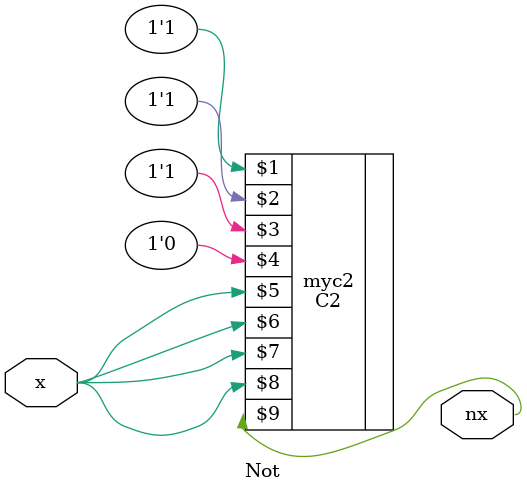
<source format=v>
module Not(x, nx);input x;output nx;C2 myc2(1'b1, 1'b1, 1'b1, 1'b0, x, x, x, x, nx);endmodule

</source>
